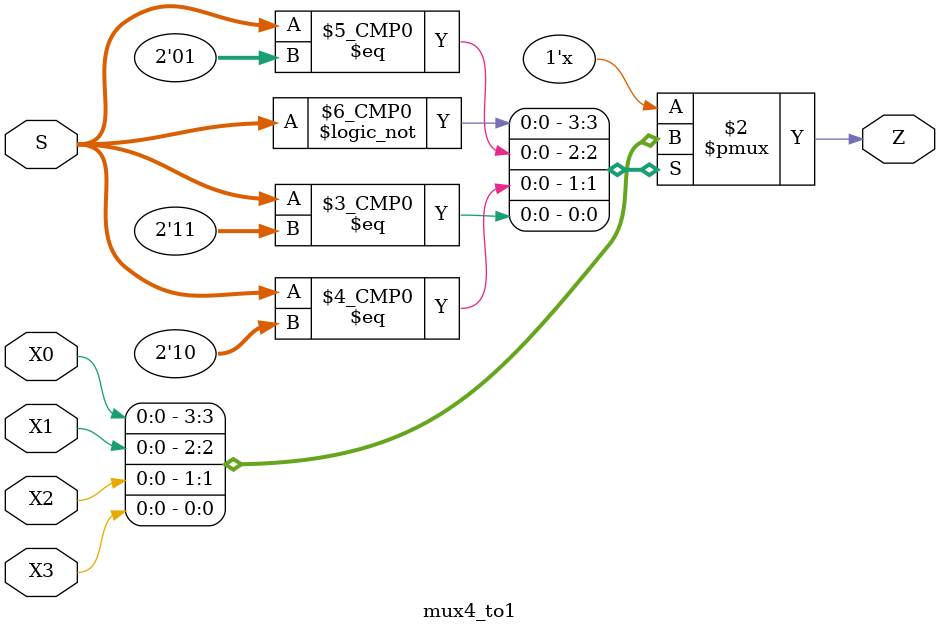
<source format=v>
`timescale 1ns / 1ps
module mux4_to1(Z,X0,X1,X2,X3,S);
input X0,X1,X2,X3;
input [1:0]S;
output reg Z;
always @(S or X0 or X1 or X2 or X3)
	begin
		case(S)
		 2'b00 : Z=X0;
		 2'b01 : Z=X1;
		 2'b10 : Z=X2;
		 2'b11 : Z=X3;
      endcase 
   end

endmodule









</source>
